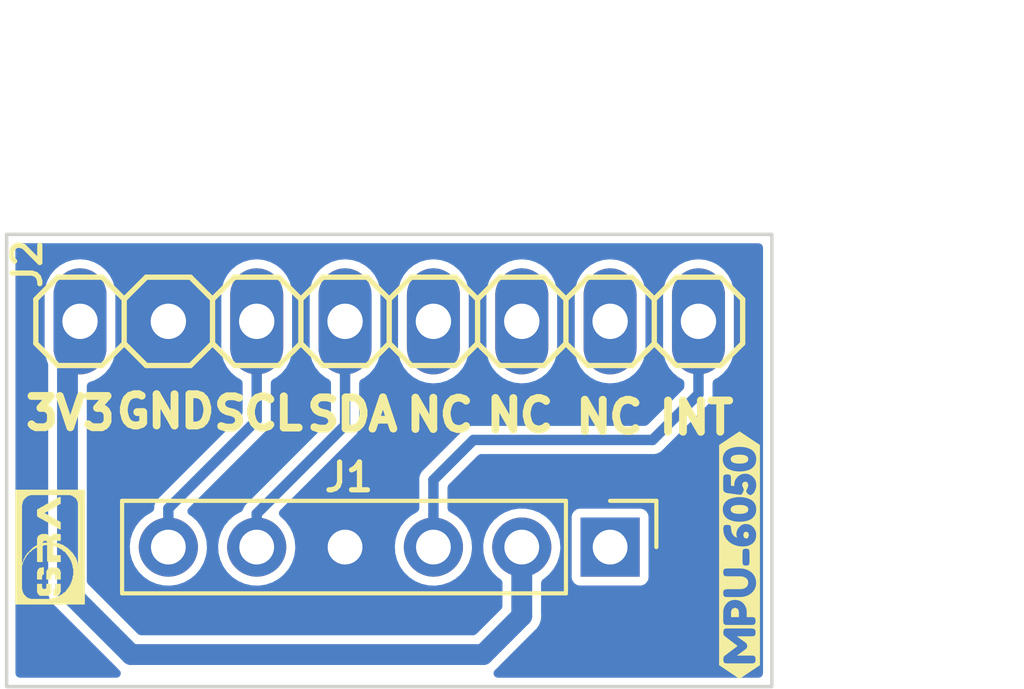
<source format=kicad_pcb>
(kicad_pcb (version 20211014) (generator pcbnew)
  (layers (0 "F.Cu" signal) (31 "B.Cu" signal) (34 "B.Paste" user) (35 "F.Paste" user) (36 "B.SilkS" user "B.Silkscreen") (37 "F.SilkS" user "F.Silkscreen") (38 "B.Mask" user) (39 "F.Mask" user) (44 "Edge.Cuts" user))
  (net 0 "")
  (net 2 "/3V3")
  (net 3 "/INT")
  (net 4 "/GND")
  (net 5 "/SDA")
  (net 6 "/SCL")
  (footprint "component_libraries:1X08" (layer "F.Cu") (at 152.06 70.6)
    (fp_text reference "J2" (at -9.94 -0.87 90) (layer "F.SilkS") (effects (font (size 0.8 0.8)) (justify left bottom)))
    (fp_text value "Conn_01x08_Female")
    (pad "1" thru_hole oval (at -8.89 0 90) (size 3.048 1.524) (drill 1.016) (layers *.Cu *.Mask) (net 2 "/3V3"))
    (pad "2" thru_hole oval (at -6.35 0 90) (size 3.048 1.524) (drill 1.016) (layers *.Cu *.Mask) (net 4 "/GND"))
    (pad "3" thru_hole oval (at -3.81 0 90) (size 3.048 1.524) (drill 1.016) (layers *.Cu *.Mask) (net 6 "/SCL"))
    (pad "4" thru_hole oval (at -1.27 0 90) (size 3.048 1.524) (drill 1.016) (layers *.Cu *.Mask) (net 5 "/SDA"))
    (pad "5" thru_hole oval (at 1.27 0 90) (size 3.048 1.524) (drill 1.016) (layers *.Cu *.Mask))
    (pad "6" thru_hole oval (at 3.81 0 90) (size 3.048 1.524) (drill 1.016) (layers *.Cu *.Mask))
    (pad "7" thru_hole oval (at 6.35 0 90) (size 3.048 1.524) (drill 1.016) (layers *.Cu *.Mask))
    (pad "8" thru_hole oval (at 8.89 0 90) (size 3.048 1.524) (drill 1.016) (layers *.Cu *.Mask) (net 3 "/INT"))
  )
  (footprint "Connector_PinHeader_2.54mm:PinHeader_1x06_P2.54mm_Vertical" (layer "F.Cu") (at 158.41 77.09 -90)
    (fp_text reference "J1" (at -2.01 7.51 180) (layer "F.SilkS") (effects (font (size 0.8 0.8))))
    (fp_text value "Conn_01x06_Male")
    (pad "1" thru_hole rect locked (at 0 0 270) (size 1.7 1.7) (drill 1) (layers *.Cu *.Mask))
    (pad "2" thru_hole oval locked (at 0 2.54 270) (size 1.7 1.7) (drill 1) (layers *.Cu *.Mask) (net 2 "/3V3"))
    (pad "3" thru_hole oval locked (at 0 5.08 270) (size 1.7 1.7) (drill 1) (layers *.Cu *.Mask) (net 3 "/INT"))
    (pad "4" thru_hole oval locked (at 0 7.62 270) (size 1.7 1.7) (drill 1) (layers *.Cu *.Mask) (net 4 "/GND"))
    (pad "5" thru_hole oval locked (at 0 10.16 270) (size 1.7 1.7) (drill 1) (layers *.Cu *.Mask) (net 5 "/SDA"))
    (pad "6" thru_hole oval locked (at 0 12.7 270) (size 1.7 1.7) (drill 1) (layers *.Cu *.Mask) (net 6 "/SCL"))
  )
  (footprint "logos:sra_logo_smallest_neg" (layer "F.Cu") (at 142.31 77.09 90)
    (fp_text reference "G***" hide)
    (fp_text value "LOGO" hide)
  )
  (footprint "kibuzzard-61F9996D" (layer "F.Cu") (at 162.13 77.32 90)
    (fp_text reference "kibuzzard-61F9996D" hide)
    (fp_text value "G***" hide)
  )
  (gr_rect (start 141.06 68.1) (end 163.06 81.1) (layer "Edge.Cuts") (width 0.1) (fill none))
  (gr_text "INT" (at 160.89 73.37) (layer "F.SilkS") (effects (font (size 0.9 0.9) (thickness 0.225))))
  (gr_text "SDA" (at 151 73.28) (layer "F.SilkS") (effects (font (size 0.9 0.9) (thickness 0.225))))
  (gr_text "NC" (at 155.82 73.3) (layer "F.SilkS") (effects (font (size 0.9 0.9) (thickness 0.225))))
  (gr_text "3V3" (at 142.89 73.24) (layer "F.SilkS") (effects (font (size 0.9 0.9) (thickness 0.225))))
  (gr_text "NC" (at 158.39 73.35) (layer "F.SilkS") (effects (font (size 0.9 0.9) (thickness 0.225))))
  (gr_text "SCL" (at 148.3 73.25) (layer "F.SilkS") (effects (font (size 0.9 0.9) (thickness 0.225))))
  (gr_text "NC" (at 153.52 73.29) (layer "F.SilkS") (effects (font (size 0.9 0.9) (thickness 0.225))))
  (gr_text "GND\n" (at 145.63 73.19) (layer "F.SilkS") (effects (font (size 0.9 0.9) (thickness 0.225))))
  (segment (start 155.87 79.07) (end 155.87 77.09) (width 0.6) (layer "B.Cu") (net 2))
  (segment (start 142.81 70.96) (end 142.81 78.35) (width 0.6) (layer "B.Cu") (net 2))
  (segment (start 154.76 80.18) (end 155.87 79.07) (width 0.6) (layer "B.Cu") (net 2))
  (segment (start 143.17 70.6) (end 142.81 70.96) (width 0.6) (layer "B.Cu") (net 2))
  (segment (start 144.64 80.18) (end 154.76 80.18) (width 0.6) (layer "B.Cu") (net 2))
  (segment (start 142.81 78.35) (end 144.64 80.18) (width 0.6) (layer "B.Cu") (net 2))
  (segment (start 153.33 75.16) (end 154.48 74.01) (width 0.3) (layer "B.Cu") (net 3))
  (segment (start 159.63 74.01) (end 160.95 72.69) (width 0.3) (layer "B.Cu") (net 3))
  (segment (start 154.48 74.01) (end 159.63 74.01) (width 0.3) (layer "B.Cu") (net 3))
  (segment (start 153.33 77.09) (end 153.33 75.16) (width 0.3) (layer "B.Cu") (net 3))
  (segment (start 160.95 72.69) (end 160.95 70.6) (width 0.3) (layer "B.Cu") (net 3))
  (segment (start 150.79 78.48) (end 150.79 77.09) (width 0.6) (layer "B.Cu") (net 4))
  (segment (start 144.1 78.33) (end 145.05 79.28) (width 0.6) (layer "B.Cu") (net 4))
  (segment (start 145.05 79.28) (end 149.99 79.28) (width 0.6) (layer "B.Cu") (net 4))
  (segment (start 149.99 79.28) (end 150.79 78.48) (width 0.6) (layer "B.Cu") (net 4))
  (segment (start 145.71 71.83) (end 144.1 73.44) (width 0.6) (layer "B.Cu") (net 4))
  (segment (start 145.71 70.6) (end 145.71 71.83) (width 0.6) (layer "B.Cu") (net 4))
  (segment (start 144.1 73.44) (end 144.1 78.33) (width 0.6) (layer "B.Cu") (net 4))
  (segment (start 150.79 73.59) (end 150.79 70.6) (width 0.3) (layer "B.Cu") (net 5))
  (segment (start 148.25 77.09) (end 148.25 76.13) (width 0.3) (layer "B.Cu") (net 5))
  (segment (start 148.25 76.13) (end 150.79 73.59) (width 0.3) (layer "B.Cu") (net 5))
  (segment (start 148.25 73.44) (end 145.71 75.98) (width 0.3) (layer "B.Cu") (net 6))
  (segment (start 145.71 75.98) (end 145.71 77.09) (width 0.3) (layer "B.Cu") (net 6))
  (segment (start 148.25 70.6) (end 148.25 73.44) (width 0.3) (layer "B.Cu") (net 6))
  (zone (net 4) (net_name "/GND") (layer "B.Cu") (connect_pads yes (clearance 0.254)) (min_thickness 0.254) (fill yes (thermal_gap 0.508) (thermal_bridge_width 0.508))
    (polygon (pts (xy 163.06 81.1) (xy 141.06 81.1) (xy 141.07 68.1) (xy 163.05 68.1)))
  )
)
</source>
